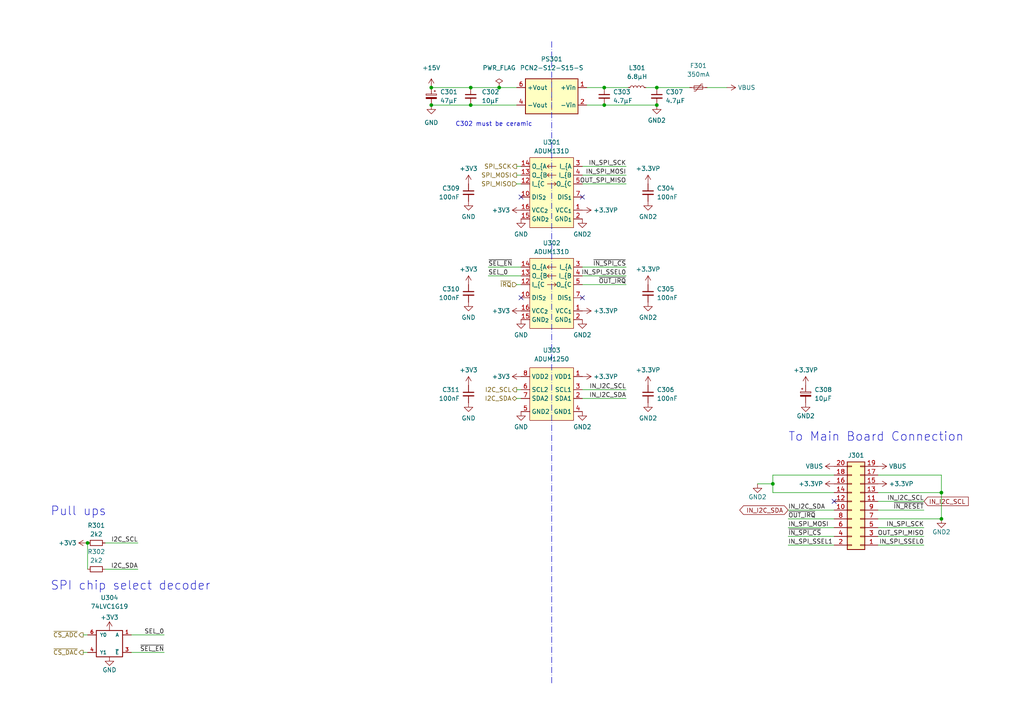
<source format=kicad_sch>
(kicad_sch (version 20211123) (generator eeschema)
  (paper "A4")
  (title_block (title "300W Analog Load Board") (rev "1"))
  (lib_symbols
    (symbol "74xGxx:74LVC1G19" (pin_names (offset 1.016))
      (property "Reference" "U" (at -2.54 5.08 0))
      (property "Value" "74LVC1G19" (at 0 -5.08 0))
      (symbol "74LVC1G19_0_1"
        (rectangle (start -3.81 3.81) (end 3.81 -3.81) (stroke (width 0.254)))
      )
      (symbol "74LVC1G19_1_1"
        (pin input line (at -6.35 2.54 0) (length 2.54) (name "A") (number "1"))
        (pin power_in line (at 0 -3.81 270) (length 0) hide (name "GND") (number "2"))
        (pin input line (at -6.35 -2.54 0) (length 2.54) (name "~{E}") (number "3"))
        (pin output line (at 6.35 -2.54 180) (length 2.54) (name "Y1") (number "4"))
        (pin power_in line (at 0 3.81 90) (length 0) hide (name "VCC") (number "5"))
        (pin output line (at 6.35 2.54 180) (length 2.54) (name "Y0") (number "6"))
      )
    )
    (symbol "ADUM131D_1"
      (property "Reference" "U" (at 0 3.81 0))
      (property "Value" "ADUM131D_1" (at 0 1.27 0))
      (symbol "ADUM131D_1_0_1"
        (rectangle (start -6.35 0) (end 6.35 -20.32) (fill (type background)))
        (polyline (pts (xy -1.27 -7.62) (xy -0.762 -8.128)))
        (polyline (pts (xy -1.27 -7.62) (xy -0.762 -7.112)))
        (polyline (pts (xy -1.27 -5.08) (xy 1.27 -5.08)))
        (polyline (pts (xy -1.27 -2.54) (xy 1.27 -2.54)))
        (polyline (pts (xy 1.27 -7.62) (xy -1.27 -7.62)))
        (polyline (pts (xy 1.27 -5.08) (xy 0.762 -5.588)))
        (polyline (pts (xy 1.27 -5.08) (xy 0.762 -4.572)))
        (polyline (pts (xy 1.27 -2.54) (xy 0.762 -3.048)))
        (polyline (pts (xy 1.27 -2.54) (xy 0.762 -2.032)))
      )
      (symbol "ADUM131D_1_1_1"
        (pin power_in line (at -8.89 -15.24 0) (length 2.54) (name "VCC_{1}") (number "1"))
        (pin input line (at 8.89 -11.43 180) (length 2.54) (name "DIS_{2}") (number "10"))
        (pin no_connect line (at 8.89 -13.97 180) (length 2.54) hide (name "") (number "11"))
        (pin input line (at 8.89 -7.62 180) (length 2.54) (name "I_{C") (number "12"))
        (pin output line (at 8.89 -5.08 180) (length 2.54) (name "O_{B") (number "13"))
        (pin output line (at 8.89 -2.54 180) (length 2.54) (name "O_{A") (number "14"))
        (pin power_in line (at 8.89 -17.78 180) (length 2.54) (name "GND_{2}") (number "15"))
        (pin power_in line (at 8.89 -15.24 180) (length 2.54) (name "VCC_{2}") (number "16"))
        (pin power_in line (at -8.89 -17.78 0) (length 2.54) (name "GND_{1}") (number "2"))
        (pin input line (at -8.89 -2.54 0) (length 2.54) (name "I_{A") (number "3"))
        (pin input line (at -8.89 -5.08 0) (length 2.54) (name "I_{B") (number "4"))
        (pin output line (at -8.89 -7.62 0) (length 2.54) (name "O_{C") (number "5"))
        (pin no_connect line (at -8.89 -13.97 0) (length 2.54) hide (name "") (number "6"))
        (pin input line (at -8.89 -11.43 0) (length 2.54) (name "DIS_{1}") (number "7"))
        (pin power_in line (at -8.89 -17.78 0) (length 2.54) hide (name "GND_{1}") (number "8"))
        (pin power_in line (at 8.89 -17.78 180) (length 2.54) hide (name "GND_{2}") (number "9"))
      )
    )
    (symbol "Connector_Generic:Conn_02x10_Odd_Even" (pin_names (offset 1.016) hide)
      (property "Reference" "J" (at 1.27 12.7 0))
      (property "Value" "Conn_02x10_Odd_Even" (at 1.27 -15.24 0))
      (symbol "Conn_02x10_Odd_Even_1_1"
        (rectangle (start -1.27 -12.573) (end 0 -12.827) (stroke (width 0.1524)))
        (rectangle (start -1.27 -10.033) (end 0 -10.287) (stroke (width 0.1524)))
        (rectangle (start -1.27 -7.493) (end 0 -7.747) (stroke (width 0.1524)))
        (rectangle (start -1.27 -4.953) (end 0 -5.207) (stroke (width 0.1524)))
        (rectangle (start -1.27 -2.413) (end 0 -2.667) (stroke (width 0.1524)))
        (rectangle (start -1.27 0.127) (end 0 -0.127) (stroke (width 0.1524)))
        (rectangle (start -1.27 2.667) (end 0 2.413) (stroke (width 0.1524)))
        (rectangle (start -1.27 5.207) (end 0 4.953) (stroke (width 0.1524)))
        (rectangle (start -1.27 7.747) (end 0 7.493) (stroke (width 0.1524)))
        (rectangle (start -1.27 10.287) (end 0 10.033) (stroke (width 0.1524)))
        (rectangle (start -1.27 11.43) (end 3.81 -13.97) (stroke (width 0.254)) (fill (type background)))
        (rectangle (start 3.81 -12.573) (end 2.54 -12.827) (stroke (width 0.1524)))
        (rectangle (start 3.81 -10.033) (end 2.54 -10.287) (stroke (width 0.1524)))
        (rectangle (start 3.81 -7.493) (end 2.54 -7.747) (stroke (width 0.1524)))
        (rectangle (start 3.81 -4.953) (end 2.54 -5.207) (stroke (width 0.1524)))
        (rectangle (start 3.81 -2.413) (end 2.54 -2.667) (stroke (width 0.1524)))
        (rectangle (start 3.81 0.127) (end 2.54 -0.127) (stroke (width 0.1524)))
        (rectangle (start 3.81 2.667) (end 2.54 2.413) (stroke (width 0.1524)))
        (rectangle (start 3.81 5.207) (end 2.54 4.953) (stroke (width 0.1524)))
        (rectangle (start 3.81 7.747) (end 2.54 7.493) (stroke (width 0.1524)))
        (rectangle (start 3.81 10.287) (end 2.54 10.033) (stroke (width 0.1524)))
        (pin passive line (at -5.08 10.16 0) (length 3.81) (name "Pin_1") (number "1"))
        (pin passive line (at 7.62 0 180) (length 3.81) (name "Pin_10") (number "10"))
        (pin passive line (at -5.08 -2.54 0) (length 3.81) (name "Pin_11") (number "11"))
        (pin passive line (at 7.62 -2.54 180) (length 3.81) (name "Pin_12") (number "12"))
        (pin passive line (at -5.08 -5.08 0) (length 3.81) (name "Pin_13") (number "13"))
        (pin passive line (at 7.62 -5.08 180) (length 3.81) (name "Pin_14") (number "14"))
        (pin passive line (at -5.08 -7.62 0) (length 3.81) (name "Pin_15") (number "15"))
        (pin passive line (at 7.62 -7.62 180) (length 3.81) (name "Pin_16") (number "16"))
        (pin passive line (at -5.08 -10.16 0) (length 3.81) (name "Pin_17") (number "17"))
        (pin passive line (at 7.62 -10.16 180) (length 3.81) (name "Pin_18") (number "18"))
        (pin passive line (at -5.08 -12.7 0) (length 3.81) (name "Pin_19") (number "19"))
        (pin passive line (at 7.62 10.16 180) (length 3.81) (name "Pin_2") (number "2"))
        (pin passive line (at 7.62 -12.7 180) (length 3.81) (name "Pin_20") (number "20"))
        (pin passive line (at -5.08 7.62 0) (length 3.81) (name "Pin_3") (number "3"))
        (pin passive line (at 7.62 7.62 180) (length 3.81) (name "Pin_4") (number "4"))
        (pin passive line (at -5.08 5.08 0) (length 3.81) (name "Pin_5") (number "5"))
        (pin passive line (at 7.62 5.08 180) (length 3.81) (name "Pin_6") (number "6"))
        (pin passive line (at -5.08 2.54 0) (length 3.81) (name "Pin_7") (number "7"))
        (pin passive line (at 7.62 2.54 180) (length 3.81) (name "Pin_8") (number "8"))
        (pin passive line (at -5.08 0 0) (length 3.81) (name "Pin_9") (number "9"))
      )
    )
    (symbol "Device:C_Polarized_Small" (pin_numbers hide) (pin_names (offset 0.254) hide)
      (property "Reference" "C" (at 0.254 1.778 0))
      (property "Value" "C_Polarized_Small" (at 0.254 -2.032 0))
      (symbol "C_Polarized_Small_0_1"
        (rectangle (start -1.524 -0.3048) (end 1.524 -0.6858) (fill (type outline)))
        (rectangle (start -1.524 0.6858) (end 1.524 0.3048))
        (polyline (pts (xy -1.27 1.524) (xy -0.762 1.524)))
        (polyline (pts (xy -1.016 1.27) (xy -1.016 1.778)))
      )
      (symbol "C_Polarized_Small_1_1"
        (pin passive line (at 0 2.54 270) (length 1.8542) (name "~") (number "1"))
        (pin passive line (at 0 -2.54 90) (length 1.8542) (name "~") (number "2"))
      )
    )
    (symbol "Device:C_Small" (pin_numbers hide) (pin_names (offset 0.254) hide)
      (property "Reference" "C" (at 0.254 1.778 0))
      (property "Value" "C_Small" (at 0.254 -2.032 0))
      (symbol "C_Small_0_1"
        (polyline (pts (xy -1.524 -0.508) (xy 1.524 -0.508)) (stroke (width 0.3302)))
        (polyline (pts (xy -1.524 0.508) (xy 1.524 0.508)) (stroke (width 0.3048)))
      )
      (symbol "C_Small_1_1"
        (pin passive line (at 0 2.54 270) (length 2.032) (name "~") (number "1"))
        (pin passive line (at 0 -2.54 90) (length 2.032) (name "~") (number "2"))
      )
    )
    (symbol "Device:L_Small" (pin_numbers hide) (pin_names (offset 0.254) hide)
      (property "Reference" "L" (at 0.762 1.016 0))
      (property "Value" "L_Small" (at 0.762 -1.016 0))
      (symbol "L_Small_0_1"
        (arc (start 0 -2.032) (mid 0.508 -1.524) (end 0 -1.016))
        (arc (start 0 -1.016) (mid 0.508 -0.508) (end 0 0))
        (arc (start 0 0) (mid 0.508 0.508) (end 0 1.016))
        (arc (start 0 1.016) (mid 0.508 1.524) (end 0 2.032))
      )
      (symbol "L_Small_1_1"
        (pin passive line (at 0 2.54 270) (length 0.508) (name "~") (number "1"))
        (pin passive line (at 0 -2.54 90) (length 0.508) (name "~") (number "2"))
      )
    )
    (symbol "Device:Polyfuse_Small" (pin_numbers hide) (pin_names (offset 0))
      (property "Reference" "F" (at -1.905 0 90))
      (property "Value" "Polyfuse_Small" (at 1.905 0 90))
      (symbol "Polyfuse_Small_0_1"
        (rectangle (start -0.508 1.27) (end 0.508 -1.27))
        (polyline (pts (xy 0 2.54) (xy 0 -2.54)))
        (polyline (pts (xy -1.016 1.27) (xy -1.016 0.762) (xy 1.016 -0.762) (xy 1.016 -1.27)))
      )
      (symbol "Polyfuse_Small_1_1"
        (pin passive line (at 0 2.54 270) (length 0.635) (name "~") (number "1"))
        (pin passive line (at 0 -2.54 90) (length 0.635) (name "~") (number "2"))
      )
    )
    (symbol "Device:R_Small" (pin_numbers hide) (pin_names (offset 0.254) hide)
      (property "Reference" "R" (at 0.762 0.508 0))
      (property "Value" "R_Small" (at 0.762 -1.016 0))
      (symbol "R_Small_0_1"
        (rectangle (start -0.762 1.778) (end 0.762 -1.778) (stroke (width 0.2032)))
      )
      (symbol "R_Small_1_1"
        (pin passive line (at 0 2.54 270) (length 0.762) (name "~") (number "1"))
        (pin passive line (at 0 -2.54 90) (length 0.762) (name "~") (number "2"))
      )
    )
    (symbol "power:+15V" (power) (pin_names (offset 0))
      (property "Value" "+15V" (at 0 3.556 0))
      (symbol "+15V_0_1"
        (polyline (pts (xy -0.762 1.27) (xy 0 2.54)))
        (polyline (pts (xy 0 0) (xy 0 2.54)))
        (polyline (pts (xy 0 2.54) (xy 0.762 1.27)))
      )
      (symbol "+15V_1_1"
        (pin power_in line (at 0 0 90) (length 0) hide (name "+15V") (number "1"))
      )
    )
    (symbol "power:+3.3VP" (power) (pin_names (offset 0))
      (property "Value" "+3.3VP" (at 0 2.54 0))
      (symbol "+3.3VP_0_0"
        (pin power_in line (at 0 0 90) (length 0) hide (name "+3.3VP") (number "1"))
      )
      (symbol "+3.3VP_0_1"
        (polyline (pts (xy -0.762 1.27) (xy 0 2.54)))
        (polyline (pts (xy 0 0) (xy 0 2.54)))
        (polyline (pts (xy 0 2.54) (xy 0.762 1.27)))
      )
    )
    (symbol "power:+3V3" (power) (pin_names (offset 0))
      (property "Value" "+3V3" (at 0 3.556 0))
      (symbol "+3V3_0_1"
        (polyline (pts (xy -0.762 1.27) (xy 0 2.54)))
        (polyline (pts (xy 0 0) (xy 0 2.54)))
        (polyline (pts (xy 0 2.54) (xy 0.762 1.27)))
      )
      (symbol "+3V3_1_1"
        (pin power_in line (at 0 0 90) (length 0) hide (name "+3V3") (number "1"))
      )
    )
    (symbol "power:GND" (power) (pin_names (offset 0))
      (property "Value" "GND" (at 0 -3.81 0))
      (symbol "GND_0_1"
        (polyline (pts (xy 0 0) (xy 0 -1.27) (xy 1.27 -1.27) (xy 0 -2.54) (xy -1.27 -1.27) (xy 0 -1.27)))
      )
      (symbol "GND_1_1"
        (pin power_in line (at 0 0 270) (length 0) hide (name "GND") (number "1"))
      )
    )
    (symbol "power:GND2" (power) (pin_names (offset 0))
      (property "Value" "GND2" (at 0 -3.81 0))
      (symbol "GND2_0_1"
        (polyline (pts (xy 0 0) (xy 0 -1.27) (xy 1.27 -1.27) (xy 0 -2.54) (xy -1.27 -1.27) (xy 0 -1.27)))
      )
      (symbol "GND2_1_1"
        (pin power_in line (at 0 0 270) (length 0) hide (name "GND2") (number "1"))
      )
    )
    (symbol "power:PWR_FLAG" (power) (pin_numbers hide) (pin_names (offset 0) hide)
      (property "Value" "PWR_FLAG" (at 0 3.81 0))
      (symbol "PWR_FLAG_0_0"
        (pin power_out line (at 0 0 90) (length 0) (name "pwr") (number "1"))
      )
      (symbol "PWR_FLAG_0_1"
        (polyline (pts (xy 0 0) (xy 0 1.27) (xy -1.016 1.905) (xy 0 2.54) (xy 1.016 1.905) (xy 0 1.27)))
      )
    )
    (symbol "power:VBUS" (power) (pin_names (offset 0))
      (property "Value" "VBUS" (at 0 3.81 0))
      (symbol "VBUS_0_1"
        (polyline (pts (xy -0.762 1.27) (xy 0 2.54)))
        (polyline (pts (xy 0 0) (xy 0 2.54)))
        (polyline (pts (xy 0 2.54) (xy 0.762 1.27)))
      )
      (symbol "VBUS_1_1"
        (pin power_in line (at 0 0 90) (length 0) hide (name "VBUS") (number "1"))
      )
    )
    (symbol "programmable-load:ADUM1250"
      (property "Reference" "U" (at 0 1.27 0))
      (property "Value" "ADUM1250" (at 0 3.81 0))
      (symbol "ADUM1250_0_1"
        (rectangle (start -6.35 0) (end 6.35 -15.24) (fill (type background)))
      )
      (symbol "ADUM1250_1_1"
        (pin power_in line (at -8.89 -2.54 0) (length 2.54) (name "VDD1") (number "1"))
        (pin bidirectional line (at -8.89 -8.89 0) (length 2.54) (name "SDA1") (number "2"))
        (pin bidirectional line (at -8.89 -6.35 0) (length 2.54) (name "SCL1") (number "3"))
        (pin power_in line (at -8.89 -12.7 0) (length 2.54) (name "GND1") (number "4"))
        (pin power_in line (at 8.89 -12.7 180) (length 2.54) (name "GND2") (number "5"))
        (pin bidirectional line (at 8.89 -6.35 180) (length 2.54) (name "SCL2") (number "6"))
        (pin bidirectional line (at 8.89 -8.89 180) (length 2.54) (name "SDA2") (number "7"))
        (pin power_in line (at 8.89 -2.54 180) (length 2.54) (name "VDD2") (number "8"))
      )
    )
    (symbol "programmable-load:ADUM131D"
      (property "Reference" "U" (at 0 3.81 0))
      (property "Value" "ADUM131D" (at 0 1.27 0))
      (symbol "ADUM131D_0_1"
        (rectangle (start -6.35 0) (end 6.35 -20.32) (fill (type background)))
        (polyline (pts (xy -1.27 -7.62) (xy -0.762 -8.128)))
        (polyline (pts (xy -1.27 -7.62) (xy -0.762 -7.112)))
        (polyline (pts (xy -1.27 -5.08) (xy 1.27 -5.08)))
        (polyline (pts (xy -1.27 -2.54) (xy 1.27 -2.54)))
        (polyline (pts (xy 1.27 -7.62) (xy -1.27 -7.62)))
        (polyline (pts (xy 1.27 -5.08) (xy 0.762 -5.588)))
        (polyline (pts (xy 1.27 -5.08) (xy 0.762 -4.572)))
        (polyline (pts (xy 1.27 -2.54) (xy 0.762 -3.048)))
        (polyline (pts (xy 1.27 -2.54) (xy 0.762 -2.032)))
      )
      (symbol "ADUM131D_1_1"
        (pin power_in line (at -8.89 -15.24 0) (length 2.54) (name "VCC_{1}") (number "1"))
        (pin input line (at 8.89 -11.43 180) (length 2.54) (name "DIS_{2}") (number "10"))
        (pin no_connect line (at 8.89 -13.97 180) (length 2.54) hide (name "") (number "11"))
        (pin input line (at 8.89 -7.62 180) (length 2.54) (name "I_{C") (number "12"))
        (pin output line (at 8.89 -5.08 180) (length 2.54) (name "O_{B") (number "13"))
        (pin output line (at 8.89 -2.54 180) (length 2.54) (name "O_{A") (number "14"))
        (pin power_in line (at 8.89 -17.78 180) (length 2.54) (name "GND_{2}") (number "15"))
        (pin power_in line (at 8.89 -15.24 180) (length 2.54) (name "VCC_{2}") (number "16"))
        (pin power_in line (at -8.89 -17.78 0) (length 2.54) (name "GND_{1}") (number "2"))
        (pin input line (at -8.89 -2.54 0) (length 2.54) (name "I_{A") (number "3"))
        (pin input line (at -8.89 -5.08 0) (length 2.54) (name "I_{B") (number "4"))
        (pin output line (at -8.89 -7.62 0) (length 2.54) (name "O_{C") (number "5"))
        (pin no_connect line (at -8.89 -13.97 0) (length 2.54) hide (name "") (number "6"))
        (pin input line (at -8.89 -11.43 0) (length 2.54) (name "DIS_{1}") (number "7"))
        (pin power_in line (at -8.89 -17.78 0) (length 2.54) hide (name "GND_{1}") (number "8"))
        (pin power_in line (at 8.89 -17.78 180) (length 2.54) hide (name "GND_{2}") (number "9"))
      )
    )
    (symbol "programmable-load:PCN2-S12-S15-S"
      (property "Reference" "PS" (at -7.62 6.35 0))
      (property "Value" "PCN2-S12-S15-S" (at 1.27 6.35 0))
      (symbol "PCN2-S12-S15-S_0_0"
        (pin power_in line (at -10.16 2.54 0) (length 2.54) (name "+Vin") (number "1"))
        (pin power_in line (at -10.16 -2.54 0) (length 2.54) (name "-Vin") (number "2"))
        (pin power_out line (at 10.16 -2.54 180) (length 2.54) (name "-Vout") (number "4"))
        (pin power_out line (at 10.16 2.54 180) (length 2.54) (name "+Vout") (number "6"))
      )
      (symbol "PCN2-S12-S15-S_0_1"
        (rectangle (start -7.62 5.08) (end 7.62 -5.08) (stroke (width 0.254)) (fill (type background)))
        (polyline (pts (xy 0 -2.54) (xy 0 -3.81)))
        (polyline (pts (xy 0 0) (xy 0 -1.27)))
        (polyline (pts (xy 0 2.54) (xy 0 1.27)))
        (polyline (pts (xy 0 5.08) (xy 0 3.81)))
      )
    )
  )
  (junction (at 175.26 30.48))
  (junction (at 190.5 30.48))
  (junction (at 125.095 25.4))
  (junction (at 224.155 140.335))
  (junction (at 273.05 142.875))
  (junction (at 190.5 25.4))
  (junction (at 175.26 25.4))
  (junction (at 144.78 25.4))
  (junction (at 125.095 30.48))
  (junction (at 136.525 25.4))
  (junction (at 136.525 30.48))
  (junction (at 25.4 157.48))
  (junction (at 273.05 150.495))
  (no_connect (at 151.13 57.15))
  (no_connect (at 151.13 86.36))
  (no_connect (at 241.935 145.415))
  (no_connect (at 168.91 86.36))
  (no_connect (at 168.91 57.15))
  (wire (pts (xy 47.625 189.23) (xy 38.1 189.23)))
  (wire (pts (xy 224.155 142.875) (xy 224.155 140.335)))
  (wire (pts (xy 40.005 157.48) (xy 30.48 157.48)))
  (wire (pts (xy 168.91 113.03) (xy 181.61 113.03)))
  (wire (pts (xy 144.78 25.4) (xy 149.86 25.4)))
  (wire (pts (xy 175.26 25.4) (xy 182.245 25.4)))
  (wire (pts (xy 168.91 77.47) (xy 181.61 77.47)))
  (wire (pts (xy 228.6 150.495) (xy 241.935 150.495)))
  (wire (pts (xy 254.635 150.495) (xy 273.05 150.495)))
  (wire (pts (xy 168.91 115.57) (xy 181.61 115.57)))
  (wire (pts (xy 141.605 80.01) (xy 151.13 80.01)))
  (wire (pts (xy 168.91 50.8) (xy 181.61 50.8)))
  (wire (pts (xy 40.005 165.1) (xy 30.48 165.1)))
  (wire (pts (xy 254.635 142.875) (xy 273.05 142.875)))
  (wire (pts (xy 149.86 82.55) (xy 151.13 82.55)))
  (wire (pts (xy 254.635 147.955) (xy 267.97 147.955)))
  (wire (pts (xy 228.6 147.955) (xy 241.935 147.955)))
  (wire (pts (xy 149.86 53.34) (xy 151.13 53.34)))
  (wire (pts (xy 175.26 30.48) (xy 190.5 30.48)))
  (wire (pts (xy 267.97 158.115) (xy 254.635 158.115)))
  (wire (pts (xy 224.155 140.335) (xy 224.155 137.795)))
  (wire (pts (xy 267.97 153.035) (xy 254.635 153.035)))
  (wire (pts (xy 149.86 113.03) (xy 151.13 113.03)))
  (wire (pts (xy 136.525 25.4) (xy 144.78 25.4)))
  (wire (pts (xy 254.635 137.795) (xy 273.05 137.795)))
  (wire (pts (xy 170.18 30.48) (xy 175.26 30.48)))
  (wire (pts (xy 228.6 153.035) (xy 241.935 153.035)))
  (wire (pts (xy 136.525 30.48) (xy 149.86 30.48)))
  (wire (pts (xy 125.095 25.4) (xy 136.525 25.4)))
  (wire (pts (xy 187.325 25.4) (xy 190.5 25.4)))
  (wire (pts (xy 219.71 140.335) (xy 224.155 140.335)))
  (wire (pts (xy 168.91 80.01) (xy 181.61 80.01)))
  (wire (pts (xy 168.91 53.34) (xy 181.61 53.34)))
  (wire (pts (xy 141.605 77.47) (xy 151.13 77.47)))
  (wire (pts (xy 168.91 48.26) (xy 181.61 48.26)))
  (wire (pts (xy 224.155 142.875) (xy 241.935 142.875)))
  (wire (pts (xy 149.86 115.57) (xy 151.13 115.57)))
  (wire (pts (xy 170.18 25.4) (xy 175.26 25.4)))
  (wire (pts (xy 273.05 137.795) (xy 273.05 142.875)))
  (wire (pts (xy 125.095 30.48) (xy 136.525 30.48)))
  (wire (pts (xy 273.05 142.875) (xy 273.05 150.495)))
  (wire (pts (xy 149.86 50.8) (xy 151.13 50.8)))
  (polyline (pts (xy 160.02 12.065) (xy 160.02 198.12)) (stroke (width 0) (type dash_dot)))
  (wire (pts (xy 24.13 189.23) (xy 25.4 189.23)))
  (wire (pts (xy 267.97 155.575) (xy 254.635 155.575)))
  (wire (pts (xy 205.105 25.4) (xy 210.82 25.4)))
  (wire (pts (xy 267.97 145.415) (xy 254.635 145.415)))
  (wire (pts (xy 168.91 82.55) (xy 181.61 82.55)))
  (wire (pts (xy 224.155 137.795) (xy 241.935 137.795)))
  (wire (pts (xy 24.13 184.15) (xy 25.4 184.15)))
  (wire (pts (xy 149.86 48.26) (xy 151.13 48.26)))
  (wire (pts (xy 190.5 25.4) (xy 200.025 25.4)))
  (wire (pts (xy 228.6 155.575) (xy 241.935 155.575)))
  (wire (pts (xy 25.4 157.48) (xy 25.4 165.1)))
  (wire (pts (xy 47.625 184.15) (xy 38.1 184.15)))
  (wire (pts (xy 228.6 158.115) (xy 241.935 158.115)))
  (text "C302 must be ceramic" (at 132.08 36.83 0) (effects (font (size 1.27 1.27)) (justify left bottom)))
  (text "Pull ups" (at 14.605 149.86 0) (effects (font (size 2.54 2.54)) (justify left bottom)))
  (text "To Main Board Connection" (at 228.6 128.27 0) (effects (font (size 2.54 2.54)) (justify left bottom)))
  (text "SPI chip select decoder" (at 14.605 171.45 0) (effects (font (size 2.54 2.54)) (justify left bottom)))
  (label "I2C_SDA" (at 40.005 165.1 180))
  (label "IN_I2C_SDA" (at 181.61 115.57 180))
  (label "IN_SPI_SSEL0" (at 181.61 80.01 180))
  (label "IN_I2C_SDA" (at 228.6 147.955 0))
  (label "OUT_SPI_MISO" (at 181.61 53.34 180))
  (label "SEL_0" (at 47.625 184.15 180))
  (label "~{IN_RESET}" (at 267.97 147.955 180))
  (label "~{SEL_EN}" (at 141.605 77.47 0))
  (label "IN_I2C_SCL" (at 181.61 113.03 180))
  (label "OUT_SPI_MISO" (at 267.97 155.575 180))
  (label "IN_SPI_SCK" (at 267.97 153.035 180))
  (label "SEL_0" (at 141.605 80.01 0))
  (label "~{OUT_IRQ}" (at 228.6 150.495 0))
  (label "~{IN_SPI_CS}" (at 228.6 155.575 0))
  (label "IN_SPI_SSEL0" (at 267.97 158.115 180))
  (label "IN_SPI_MOSI" (at 181.61 50.8 180))
  (label "IN_SPI_SCK" (at 181.61 48.26 180))
  (label "IN_SPI_MOSI" (at 228.6 153.035 0))
  (label "~{IN_SPI_CS}" (at 181.61 77.47 180))
  (label "IN_SPI_SSEL1" (at 228.6 158.115 0))
  (label "IN_I2C_SCL" (at 267.97 145.415 180))
  (label "I2C_SCL" (at 40.005 157.48 180))
  (label "~{SEL_EN}" (at 47.625 189.23 180))
  (label "~{OUT_IRQ}" (at 181.61 82.55 180))
  (global_label "IN_I2C_SCL" (shape input) (at 267.97 145.415 0) (property "Intersheet References" "${INTERSHEET_REFS}" (effects hide)))
  (global_label "IN_I2C_SDA" (shape bidirectional) (at 228.6 147.955 180) (property "Intersheet References" "${INTERSHEET_REFS}" (effects hide)))
  (hierarchical_label "~{IRQ}" (shape input) (at 149.86 82.55 180))
  (hierarchical_label "I2C_SCL" (shape output) (at 149.86 113.03 180))
  (hierarchical_label "~{CS_ADC}" (shape output) (at 24.13 184.15 180))
  (hierarchical_label "SPI_SCK" (shape output) (at 149.86 48.26 180))
  (hierarchical_label "SPI_MISO" (shape input) (at 149.86 53.34 180))
  (hierarchical_label "~{CS_DAC}" (shape output) (at 24.13 189.23 180))
  (hierarchical_label "I2C_SDA" (shape bidirectional) (at 149.86 115.57 180))
  (hierarchical_label "SPI_MOSI" (shape output) (at 149.86 50.8 180))
  (symbol (lib_id "power:+15V") (at 125.095 25.4 0) (unit 1)
    (property "Reference" "#PWR0303" (effects hide))
    (property "Value" "+15V" (at 125.095 19.685 0))
  )
  (symbol (lib_id "power:+3V3") (at 135.89 53.34 0) (unit 1)
    (property "Reference" "#PWR0332" (effects hide))
    (property "Value" "+3V3" (at 135.89 48.895 0))
  )
  (symbol (lib_id "Device:C_Small") (at 187.96 85.09 0) (unit 1)
    (property "Reference" "C305" (at 190.5 83.8262 0) (effects (justify left)))
    (property "Value" "100nF" (at 190.5 86.3662 0) (effects (justify left)))
    (property "Footprint" "Capacitor_SMD:C_0805_2012Metric_Pad1.18x1.45mm_HandSolder" (effects hide))
  )
  (symbol (lib_id "power:+3.3VP") (at 187.96 82.55 0) (unit 1)
    (property "Reference" "#PWR0322" (effects hide))
    (property "Value" "+3.3VP" (at 187.96 78.105 0))
  )
  (symbol (lib_id "Device:R_Small") (at 27.94 165.1 270) (mirror x) (unit 1)
    (property "Reference" "R302" (at 27.94 160.02 90))
    (property "Value" "2k2" (at 27.94 162.56 90))
    (property "Footprint" "Resistor_SMD:R_0805_2012Metric_Pad1.20x1.40mm_HandSolder" (effects hide))
    (property "MPN" "RMC1/10-222JTP" (effects hide))
  )
  (symbol (lib_id "programmable-load:PCN2-S12-S15-S") (at 160.02 27.94 0) (mirror y) (unit 1)
    (property "Reference" "PS301" (at 160.02 17.145 0))
    (property "Value" "PCN2-S12-S15-S" (at 160.02 19.685 0))
    (property "Footprint" "programmable-load:CONV_PCN2-S12-S15-S" (effects hide))
    (property "Datasheet" "https://www.cui.com/product/resource/pcn2-s.pdf" (effects hide))
  )
  (symbol (lib_id "power:+3.3VP") (at 254.635 140.335 270) (unit 1)
    (property "Reference" "#PWR0105" (effects hide))
    (property "Value" "+3.3VP" (at 257.81 140.335 90) (effects (justify left)))
  )
  (symbol (lib_id "Device:C_Small") (at 135.89 114.3 0) (unit 1)
    (property "Reference" "C311" (at 133.35 113.0362 0) (effects (justify right)))
    (property "Value" "100nF" (at 133.35 115.5762 0) (effects (justify right)))
    (property "Footprint" "Capacitor_SMD:C_0805_2012Metric_Pad1.18x1.45mm_HandSolder" (effects hide))
  )
  (symbol (lib_id "programmable-load:ADUM1250") (at 160.02 106.68 0) (mirror y) (unit 1)
    (property "Reference" "U303" (at 160.02 101.6 0))
    (property "Value" "ADUM1250" (at 160.02 104.14 0))
    (property "Footprint" "Package_SO:SOIC-8_3.9x4.9mm_P1.27mm" (effects hide))
    (property "Datasheet" "https://www.analog.com/media/en/technical-documentation/data-sheets/ADUM1250_1251.pdf" (effects hide))
  )
  (symbol (lib_id "power:+3.3VP") (at 168.91 60.96 270) (unit 1)
    (property "Reference" "#PWR0315" (effects hide))
    (property "Value" "+3.3VP" (at 172.085 60.96 90) (effects (justify left)))
  )
  (symbol (lib_id "power:GND2") (at 168.91 119.38 0) (unit 1)
    (property "Reference" "#PWR0308" (effects hide))
    (property "Value" "GND2" (at 168.91 123.825 0))
  )
  (symbol (lib_id "power:GND") (at 135.89 87.63 0) (unit 1)
    (property "Reference" "#PWR0335" (effects hide))
    (property "Value" "GND" (at 135.89 92.075 0))
  )
  (symbol (lib_id "power:GND") (at 135.89 58.42 0) (unit 1)
    (property "Reference" "#PWR0333" (effects hide))
    (property "Value" "GND" (at 135.89 62.865 0))
  )
  (symbol (lib_id "power:GND") (at 135.89 116.84 0) (unit 1)
    (property "Reference" "#PWR0337" (effects hide))
    (property "Value" "GND" (at 135.89 121.285 0))
  )
  (symbol (lib_id "power:+3V3") (at 31.75 182.88 0) (unit 1)
    (property "Reference" "#PWR0302" (effects hide))
    (property "Value" "+3V3" (at 31.75 179.07 0))
  )
  (symbol (lib_id "power:+3V3") (at 151.13 60.96 90) (unit 1)
    (property "Reference" "#PWR0312" (effects hide))
    (property "Value" "+3V3" (at 147.955 60.96 90) (effects (justify left)))
  )
  (symbol (lib_id "power:+3.3VP") (at 168.91 109.22 270) (unit 1)
    (property "Reference" "#PWR0317" (effects hide))
    (property "Value" "+3.3VP" (at 172.085 109.22 90) (effects (justify left)))
  )
  (symbol (lib_id "Device:C_Polarized_Small") (at 233.68 114.3 0) (unit 1)
    (property "Reference" "C308" (at 236.22 113.03 0) (effects (justify left)))
    (property "Value" "10µF" (at 236.22 115.57 0) (effects (justify left)))
    (property "Footprint" "Capacitor_Tantalum_SMD:CP_EIA-3216-18_Kemet-A_Pad1.58x1.35mm_HandSolder" (effects hide))
    (property "MPN" "TAJA106K016RNJ" (effects hide))
  )
  (symbol (lib_id "power:+3V3") (at 135.89 82.55 0) (unit 1)
    (property "Reference" "#PWR0334" (effects hide))
    (property "Value" "+3V3" (at 135.89 78.105 0))
  )
  (symbol (lib_id "power:GND2") (at 187.96 87.63 0) (unit 1)
    (property "Reference" "#PWR0323" (effects hide))
    (property "Value" "GND2" (at 187.96 92.075 0))
  )
  (symbol (lib_id "power:GND") (at 125.095 30.48 0) (unit 1)
    (property "Reference" "#PWR0107" (effects hide))
    (property "Value" "GND" (at 125.095 35.56 0))
  )
  (symbol (lib_id "power:+3V3") (at 25.4 157.48 90) (mirror x) (unit 1)
    (property "Reference" "#PWR0331" (effects hide))
    (property "Value" "+3V3" (at 22.225 157.4799 90) (effects (justify left)))
  )
  (symbol (lib_id "power:GND") (at 151.13 119.38 0) (unit 1)
    (property "Reference" "#PWR0305" (effects hide))
    (property "Value" "GND" (at 151.13 123.825 0))
  )
  (symbol (lib_id "power:GND") (at 31.75 190.5 0) (unit 1)
    (property "Reference" "#PWR0311" (effects hide))
    (property "Value" "GND" (at 31.75 194.31 0))
  )
  (symbol (lib_id "power:+3.3VP") (at 187.96 53.34 0) (unit 1)
    (property "Reference" "#PWR0320" (effects hide))
    (property "Value" "+3.3VP" (at 187.96 48.895 0))
  )
  (symbol (lib_id "power:+3.3VP") (at 241.935 140.335 90) (unit 1)
    (property "Reference" "#PWR0318" (effects hide))
    (property "Value" "+3.3VP" (at 238.76 140.335 90) (effects (justify left)))
  )
  (symbol (lib_id "Device:C_Small") (at 187.96 55.88 0) (unit 1)
    (property "Reference" "C304" (at 190.5 54.6162 0) (effects (justify left)))
    (property "Value" "100nF" (at 190.5 57.1562 0) (effects (justify left)))
    (property "Footprint" "Capacitor_SMD:C_0805_2012Metric_Pad1.18x1.45mm_HandSolder" (effects hide))
  )
  (symbol (lib_id "power:GND2") (at 168.91 63.5 0) (unit 1)
    (property "Reference" "#PWR0306" (effects hide))
    (property "Value" "GND2" (at 168.91 67.945 0))
  )
  (symbol (lib_id "power:GND2") (at 273.05 150.495 0) (unit 1)
    (property "Reference" "#PWR0310" (effects hide))
    (property "Value" "GND2" (at 273.05 154.305 0))
  )
  (symbol (lib_id "power:GND2") (at 187.96 58.42 0) (unit 1)
    (property "Reference" "#PWR0321" (effects hide))
    (property "Value" "GND2" (at 187.96 62.865 0))
  )
  (symbol (lib_id "power:VBUS") (at 241.935 135.255 90) (unit 1)
    (property "Reference" "#PWR0104" (effects hide))
    (property "Value" "VBUS" (at 238.76 135.255 90) (effects (justify left)))
  )
  (symbol (lib_id "Device:C_Polarized_Small") (at 125.095 27.94 0) (mirror y) (unit 1)
    (property "Reference" "C301" (at 127.635 26.67 0) (effects (justify right)))
    (property "Value" "47µF" (at 127.635 29.21 0) (effects (justify right)))
    (property "Footprint" "Capacitor_THT:CP_Radial_D6.3mm_P2.50mm" (effects hide))
    (property "MPN" "A750EK476M1EAAE040" (effects hide))
  )
  (symbol (lib_id "power:GND2") (at 187.96 116.84 0) (unit 1)
    (property "Reference" "#PWR0325" (effects hide))
    (property "Value" "GND2" (at 187.96 121.285 0))
  )
  (symbol (lib_id "power:VBUS") (at 254.635 135.255 270) (unit 1)
    (property "Reference" "#PWR0330" (effects hide))
    (property "Value" "VBUS" (at 257.81 135.2549 90) (effects (justify left)))
  )
  (symbol (lib_id "power:GND2") (at 219.71 140.335 0) (unit 1)
    (property "Reference" "#PWR0309" (effects hide))
    (property "Value" "GND2" (at 219.71 144.145 0))
  )
  (symbol (lib_id "power:GND2") (at 190.5 30.48 0) (unit 1)
    (property "Reference" "#PWR0326" (effects hide))
    (property "Value" "GND2" (at 190.5 34.925 0))
  )
  (symbol (lib_id "74xGxx:74LVC1G19") (at 31.75 186.69 0) (mirror y) (unit 1)
    (property "Reference" "U304" (at 31.75 173.355 0))
    (property "Value" "74LVC1G19" (at 31.75 175.895 0))
    (property "Footprint" "Package_TO_SOT_SMD:TSOT-23-6_HandSoldering" (effects hide))
    (property "Datasheet" "http://www.ti.com/lit/sg/scyt129e/scyt129e.pdf" (effects hide))
  )
  (symbol (lib_id "Device:C_Small") (at 187.96 114.3 0) (unit 1)
    (property "Reference" "C306" (at 190.5 113.0362 0) (effects (justify left)))
    (property "Value" "100nF" (at 190.5 115.5762 0) (effects (justify left)))
    (property "Footprint" "Capacitor_SMD:C_0805_2012Metric_Pad1.18x1.45mm_HandSolder" (effects hide))
  )
  (symbol (lib_id "Device:C_Small") (at 190.5 27.94 0) (unit 1)
    (property "Reference" "C307" (at 193.04 26.6762 0) (effects (justify left)))
    (property "Value" "4.7µF" (at 193.04 29.2162 0) (effects (justify left)))
    (property "Footprint" "Capacitor_SMD:C_0805_2012Metric_Pad1.18x1.45mm_HandSolder" (effects hide))
    (property "MPN" "CL21A475KAQNNNF" (effects hide))
  )
  (symbol (lib_id "power:+3V3") (at 151.13 90.17 90) (unit 1)
    (property "Reference" "#PWR0313" (effects hide))
    (property "Value" "+3V3" (at 147.955 90.17 90) (effects (justify left)))
  )
  (symbol (lib_id "power:+3V3") (at 135.89 111.76 0) (unit 1)
    (property "Reference" "#PWR0336" (effects hide))
    (property "Value" "+3V3" (at 135.89 107.315 0))
  )
  (symbol (lib_id "power:GND2") (at 168.91 92.71 0) (unit 1)
    (property "Reference" "#PWR0307" (effects hide))
    (property "Value" "GND2" (at 168.91 97.155 0))
  )
  (symbol (lib_id "Device:L_Small") (at 184.785 25.4 90) (unit 1)
    (property "Reference" "L301" (at 184.785 19.685 90))
    (property "Value" "6.8µH" (at 184.785 22.225 90))
    (property "Footprint" "Inductor_SMD:L_Taiyo-Yuden_NR-24xx_HandSoldering" (effects hide))
    (property "MPN" "NRH2410T6R8MN" (effects hide))
  )
  (symbol (lib_id "programmable-load:ADUM131D") (at 160.02 45.72 0) (mirror y) (unit 1)
    (property "Reference" "U301" (at 160.02 41.275 0))
    (property "Value" "ADUM131D" (at 160.02 43.815 0))
    (property "Footprint" "Package_SO:SOIC-16_3.9x9.9mm_P1.27mm" (effects hide))
    (property "Datasheet" "https://www.mouser.com/datasheet/2/609/ADuM130D_130E_131D_131E-1503611.pdf" (effects hide))
  )
  (symbol (lib_id "Device:C_Small") (at 136.525 27.94 0) (unit 1)
    (property "Reference" "C302" (at 139.7 26.6762 0) (effects (justify left)))
    (property "Value" "10µF" (at 139.7 29.2162 0) (effects (justify left)))
    (property "Footprint" "Capacitor_SMD:C_0805_2012Metric_Pad1.18x1.45mm_HandSolder" (effects hide))
    (property "MPN" "TMK212BBJ106MG-T" (effects hide))
  )
  (symbol (lib_id "power:PWR_FLAG") (at 144.78 25.4 0) (unit 1)
    (property "Reference" "#FLG0301" (effects hide))
    (property "Value" "PWR_FLAG" (at 144.78 19.685 0))
  )
  (symbol (lib_id "power:+3.3VP") (at 233.68 111.76 0) (unit 1)
    (property "Reference" "#PWR0106" (effects hide))
    (property "Value" "+3.3VP" (at 233.68 107.315 0))
  )
  (symbol (lib_id "Connector_Generic:Conn_02x10_Odd_Even") (at 249.555 147.955 180) (unit 1)
    (property "Reference" "J301" (at 248.285 132.08 0))
    (property "Value" "Conn_02x10_Odd_Even" (effects hide))
    (property "Footprint" "Connector_IDC:IDC-Header_2x10_P2.54mm_Horizontal" (effects hide))
    (property "MPN" "61202021721" (effects hide))
  )
  (symbol (lib_id "Device:C_Small") (at 135.89 55.88 0) (unit 1)
    (property "Reference" "C309" (at 133.35 54.6162 0) (effects (justify right)))
    (property "Value" "100nF" (at 133.35 57.1562 0) (effects (justify right)))
    (property "Footprint" "Capacitor_SMD:C_0805_2012Metric_Pad1.18x1.45mm_HandSolder" (effects hide))
  )
  (symbol (lib_id "power:+3.3VP") (at 187.96 111.76 0) (unit 1)
    (property "Reference" "#PWR0324" (effects hide))
    (property "Value" "+3.3VP" (at 187.96 107.315 0))
  )
  (symbol (lib_id "power:+3V3") (at 151.13 109.22 90) (unit 1)
    (property "Reference" "#PWR0314" (effects hide))
    (property "Value" "+3V3" (at 147.955 109.22 90) (effects (justify left)))
  )
  (symbol (lib_id "power:GND2") (at 233.68 116.84 0) (unit 1)
    (property "Reference" "#PWR0329" (effects hide))
    (property "Value" "GND2" (at 233.68 120.65 0))
  )
  (symbol (lib_id "power:GND") (at 151.13 63.5 0) (unit 1)
    (property "Reference" "#PWR0301" (effects hide))
    (property "Value" "GND" (at 151.13 67.945 0))
  )
  (symbol (lib_id "Device:R_Small") (at 27.94 157.48 270) (mirror x) (unit 1)
    (property "Reference" "R301" (at 27.94 152.4 90))
    (property "Value" "2k2" (at 27.94 154.94 90))
    (property "Footprint" "Resistor_SMD:R_0805_2012Metric_Pad1.20x1.40mm_HandSolder" (effects hide))
    (property "MPN" "RMC1/10-222JTP" (effects hide))
  )
  (symbol (lib_id "Device:C_Small") (at 175.26 27.94 0) (unit 1)
    (property "Reference" "C303" (at 177.8 26.6762 0) (effects (justify left)))
    (property "Value" "4.7µF" (at 177.8 29.2162 0) (effects (justify left)))
    (property "Footprint" "Capacitor_SMD:C_0805_2012Metric_Pad1.18x1.45mm_HandSolder" (effects hide))
    (property "MPN" "CL21A475KAQNNNF" (effects hide))
  )
  (symbol (lib_id "power:GND") (at 151.13 92.71 0) (unit 1)
    (property "Reference" "#PWR0304" (effects hide))
    (property "Value" "GND" (at 151.13 97.155 0))
  )
  (symbol (lib_name "ADUM131D_1") (lib_id "programmable-load:ADUM131D") (at 160.02 74.93 0) (mirror y) (unit 1)
    (property "Reference" "U302" (at 160.02 70.485 0))
    (property "Value" "ADUM131D" (at 160.02 73.025 0))
    (property "Footprint" "Package_SO:SOIC-16_3.9x9.9mm_P1.27mm" (effects hide))
    (property "Datasheet" "https://www.mouser.com/datasheet/2/609/ADuM130D_130E_131D_131E-1503611.pdf" (effects hide))
  )
  (symbol (lib_id "power:VBUS") (at 210.82 25.4 270) (unit 1)
    (property "Reference" "#PWR0327" (effects hide))
    (property "Value" "VBUS" (at 213.995 25.3999 90) (effects (justify left)))
  )
  (symbol (lib_id "Device:C_Small") (at 135.89 85.09 0) (unit 1)
    (property "Reference" "C310" (at 133.35 83.8262 0) (effects (justify right)))
    (property "Value" "100nF" (at 133.35 86.3662 0) (effects (justify right)))
    (property "Footprint" "Capacitor_SMD:C_0805_2012Metric_Pad1.18x1.45mm_HandSolder" (effects hide))
  )
  (symbol (lib_id "power:+3.3VP") (at 168.91 90.17 270) (unit 1)
    (property "Reference" "#PWR0316" (effects hide))
    (property "Value" "+3.3VP" (at 172.085 90.17 90) (effects (justify left)))
  )
  (symbol (lib_id "Device:Polyfuse_Small") (at 202.565 25.4 90) (unit 1)
    (property "Reference" "F301" (at 202.565 19.05 90))
    (property "Value" "350mA" (at 202.565 21.59 90))
    (property "Footprint" "Fuse:Fuse_1210_3225Metric_Pad1.42x2.65mm_HandSolder" (effects hide))
    (property "MPN" "0ZCH0035FF2G" (effects hide))
  )
)
</source>
